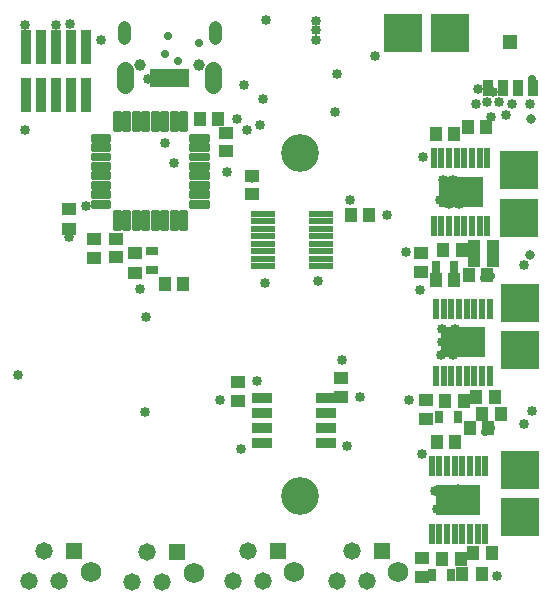
<source format=gbr>
G04 EAGLE Gerber RS-274X export*
G75*
%MOMM*%
%FSLAX34Y34*%
%LPD*%
%INSoldermask Top*%
%IPPOS*%
%AMOC8*
5,1,8,0,0,1.08239X$1,22.5*%
G01*
G04 Define Apertures*
%ADD10C,3.200000*%
%ADD11R,2.094100X0.610000*%
%ADD12C,0.337500*%
%ADD13R,0.606800X1.771900*%
%ADD14R,3.750000X2.660000*%
%ADD15R,1.173900X0.998700*%
%ADD16R,0.711800X1.111800*%
%ADD17R,1.120900X1.170200*%
%ADD18R,0.998700X1.173900*%
%ADD19R,1.170200X1.120900*%
%ADD20R,0.936600X2.994000*%
%ADD21R,3.200000X3.200000*%
%ADD22R,1.475000X1.475000*%
%ADD23C,1.475000*%
%ADD24C,1.750000*%
%ADD25R,1.725000X0.900000*%
%ADD26R,0.900000X1.350000*%
%ADD27R,1.200000X1.200000*%
%ADD28R,1.111800X0.711800*%
%ADD29R,0.650000X1.500000*%
%ADD30C,1.475000*%
%ADD31C,1.100000*%
%ADD32C,1.000000*%
%ADD33C,0.850000*%
%ADD34C,0.700000*%
%ADD35C,0.800000*%
D10*
X250000Y90000D03*
X250000Y380000D03*
D11*
X218208Y328625D03*
X218208Y322275D03*
X218208Y315925D03*
X218208Y309575D03*
X218208Y303225D03*
X218208Y296875D03*
X218208Y290525D03*
X218208Y284175D03*
X266992Y284175D03*
X266992Y290525D03*
X266992Y296875D03*
X266992Y303225D03*
X266992Y309575D03*
X266992Y315925D03*
X266992Y322275D03*
X266992Y328625D03*
D12*
X97063Y330113D02*
X97063Y315887D01*
X92937Y315887D01*
X92937Y330113D01*
X97063Y330113D01*
X97063Y319093D02*
X92937Y319093D01*
X92937Y322299D02*
X97063Y322299D01*
X97063Y325505D02*
X92937Y325505D01*
X92937Y328711D02*
X97063Y328711D01*
X105063Y330113D02*
X105063Y315887D01*
X100937Y315887D01*
X100937Y330113D01*
X105063Y330113D01*
X105063Y319093D02*
X100937Y319093D01*
X100937Y322299D02*
X105063Y322299D01*
X105063Y325505D02*
X100937Y325505D01*
X100937Y328711D02*
X105063Y328711D01*
X113063Y330113D02*
X113063Y315887D01*
X108937Y315887D01*
X108937Y330113D01*
X113063Y330113D01*
X113063Y319093D02*
X108937Y319093D01*
X108937Y322299D02*
X113063Y322299D01*
X113063Y325505D02*
X108937Y325505D01*
X108937Y328711D02*
X113063Y328711D01*
X121063Y330113D02*
X121063Y315887D01*
X116937Y315887D01*
X116937Y330113D01*
X121063Y330113D01*
X121063Y319093D02*
X116937Y319093D01*
X116937Y322299D02*
X121063Y322299D01*
X121063Y325505D02*
X116937Y325505D01*
X116937Y328711D02*
X121063Y328711D01*
X129063Y330113D02*
X129063Y315887D01*
X124937Y315887D01*
X124937Y330113D01*
X129063Y330113D01*
X129063Y319093D02*
X124937Y319093D01*
X124937Y322299D02*
X129063Y322299D01*
X129063Y325505D02*
X124937Y325505D01*
X124937Y328711D02*
X129063Y328711D01*
X137063Y330113D02*
X137063Y315887D01*
X132937Y315887D01*
X132937Y330113D01*
X137063Y330113D01*
X137063Y319093D02*
X132937Y319093D01*
X132937Y322299D02*
X137063Y322299D01*
X137063Y325505D02*
X132937Y325505D01*
X132937Y328711D02*
X137063Y328711D01*
X145063Y330113D02*
X145063Y315887D01*
X140937Y315887D01*
X140937Y330113D01*
X145063Y330113D01*
X145063Y319093D02*
X140937Y319093D01*
X140937Y322299D02*
X145063Y322299D01*
X145063Y325505D02*
X140937Y325505D01*
X140937Y328711D02*
X145063Y328711D01*
X153063Y330113D02*
X153063Y315887D01*
X148937Y315887D01*
X148937Y330113D01*
X153063Y330113D01*
X153063Y319093D02*
X148937Y319093D01*
X148937Y322299D02*
X153063Y322299D01*
X153063Y325505D02*
X148937Y325505D01*
X148937Y328711D02*
X153063Y328711D01*
X157687Y338863D02*
X171913Y338863D01*
X171913Y334737D01*
X157687Y334737D01*
X157687Y338863D01*
X157687Y337943D02*
X171913Y337943D01*
X171913Y346863D02*
X157687Y346863D01*
X171913Y346863D02*
X171913Y342737D01*
X157687Y342737D01*
X157687Y346863D01*
X157687Y345943D02*
X171913Y345943D01*
X171913Y354863D02*
X157687Y354863D01*
X171913Y354863D02*
X171913Y350737D01*
X157687Y350737D01*
X157687Y354863D01*
X157687Y353943D02*
X171913Y353943D01*
X171913Y362863D02*
X157687Y362863D01*
X171913Y362863D02*
X171913Y358737D01*
X157687Y358737D01*
X157687Y362863D01*
X157687Y361943D02*
X171913Y361943D01*
X171913Y370863D02*
X157687Y370863D01*
X171913Y370863D02*
X171913Y366737D01*
X157687Y366737D01*
X157687Y370863D01*
X157687Y369943D02*
X171913Y369943D01*
X171913Y378863D02*
X157687Y378863D01*
X171913Y378863D02*
X171913Y374737D01*
X157687Y374737D01*
X157687Y378863D01*
X157687Y377943D02*
X171913Y377943D01*
X171913Y386863D02*
X157687Y386863D01*
X171913Y386863D02*
X171913Y382737D01*
X157687Y382737D01*
X157687Y386863D01*
X157687Y385943D02*
X171913Y385943D01*
X171913Y394863D02*
X157687Y394863D01*
X171913Y394863D02*
X171913Y390737D01*
X157687Y390737D01*
X157687Y394863D01*
X157687Y393943D02*
X171913Y393943D01*
X148937Y399487D02*
X148937Y413713D01*
X153063Y413713D01*
X153063Y399487D01*
X148937Y399487D01*
X148937Y402693D02*
X153063Y402693D01*
X153063Y405899D02*
X148937Y405899D01*
X148937Y409105D02*
X153063Y409105D01*
X153063Y412311D02*
X148937Y412311D01*
X140937Y413713D02*
X140937Y399487D01*
X140937Y413713D02*
X145063Y413713D01*
X145063Y399487D01*
X140937Y399487D01*
X140937Y402693D02*
X145063Y402693D01*
X145063Y405899D02*
X140937Y405899D01*
X140937Y409105D02*
X145063Y409105D01*
X145063Y412311D02*
X140937Y412311D01*
X132937Y413713D02*
X132937Y399487D01*
X132937Y413713D02*
X137063Y413713D01*
X137063Y399487D01*
X132937Y399487D01*
X132937Y402693D02*
X137063Y402693D01*
X137063Y405899D02*
X132937Y405899D01*
X132937Y409105D02*
X137063Y409105D01*
X137063Y412311D02*
X132937Y412311D01*
X124937Y413713D02*
X124937Y399487D01*
X124937Y413713D02*
X129063Y413713D01*
X129063Y399487D01*
X124937Y399487D01*
X124937Y402693D02*
X129063Y402693D01*
X129063Y405899D02*
X124937Y405899D01*
X124937Y409105D02*
X129063Y409105D01*
X129063Y412311D02*
X124937Y412311D01*
X116937Y413713D02*
X116937Y399487D01*
X116937Y413713D02*
X121063Y413713D01*
X121063Y399487D01*
X116937Y399487D01*
X116937Y402693D02*
X121063Y402693D01*
X121063Y405899D02*
X116937Y405899D01*
X116937Y409105D02*
X121063Y409105D01*
X121063Y412311D02*
X116937Y412311D01*
X108937Y413713D02*
X108937Y399487D01*
X108937Y413713D02*
X113063Y413713D01*
X113063Y399487D01*
X108937Y399487D01*
X108937Y402693D02*
X113063Y402693D01*
X113063Y405899D02*
X108937Y405899D01*
X108937Y409105D02*
X113063Y409105D01*
X113063Y412311D02*
X108937Y412311D01*
X100937Y413713D02*
X100937Y399487D01*
X100937Y413713D02*
X105063Y413713D01*
X105063Y399487D01*
X100937Y399487D01*
X100937Y402693D02*
X105063Y402693D01*
X105063Y405899D02*
X100937Y405899D01*
X100937Y409105D02*
X105063Y409105D01*
X105063Y412311D02*
X100937Y412311D01*
X92937Y413713D02*
X92937Y399487D01*
X92937Y413713D02*
X97063Y413713D01*
X97063Y399487D01*
X92937Y399487D01*
X92937Y402693D02*
X97063Y402693D01*
X97063Y405899D02*
X92937Y405899D01*
X92937Y409105D02*
X97063Y409105D01*
X97063Y412311D02*
X92937Y412311D01*
X88313Y390737D02*
X74087Y390737D01*
X74087Y394863D01*
X88313Y394863D01*
X88313Y390737D01*
X88313Y393943D02*
X74087Y393943D01*
X74087Y382737D02*
X88313Y382737D01*
X74087Y382737D02*
X74087Y386863D01*
X88313Y386863D01*
X88313Y382737D01*
X88313Y385943D02*
X74087Y385943D01*
X74087Y374737D02*
X88313Y374737D01*
X74087Y374737D02*
X74087Y378863D01*
X88313Y378863D01*
X88313Y374737D01*
X88313Y377943D02*
X74087Y377943D01*
X74087Y366737D02*
X88313Y366737D01*
X74087Y366737D02*
X74087Y370863D01*
X88313Y370863D01*
X88313Y366737D01*
X88313Y369943D02*
X74087Y369943D01*
X74087Y358737D02*
X88313Y358737D01*
X74087Y358737D02*
X74087Y362863D01*
X88313Y362863D01*
X88313Y358737D01*
X88313Y361943D02*
X74087Y361943D01*
X74087Y350737D02*
X88313Y350737D01*
X74087Y350737D02*
X74087Y354863D01*
X88313Y354863D01*
X88313Y350737D01*
X88313Y353943D02*
X74087Y353943D01*
X74087Y342737D02*
X88313Y342737D01*
X74087Y342737D02*
X74087Y346863D01*
X88313Y346863D01*
X88313Y342737D01*
X88313Y345943D02*
X74087Y345943D01*
X74087Y334737D02*
X88313Y334737D01*
X74087Y334737D02*
X74087Y338863D01*
X88313Y338863D01*
X88313Y334737D01*
X88313Y337943D02*
X74087Y337943D01*
D13*
X361050Y57783D03*
X367550Y57783D03*
X374050Y57783D03*
X380550Y57783D03*
X387050Y57783D03*
X393550Y57783D03*
X400050Y57783D03*
X406550Y57783D03*
X406550Y115217D03*
X400050Y115217D03*
X393550Y115217D03*
X387050Y115217D03*
X380550Y115217D03*
X374050Y115217D03*
X367550Y115217D03*
X361050Y115217D03*
D14*
X383800Y86500D03*
D15*
X352700Y21348D03*
X352700Y37652D03*
D16*
X377496Y22505D03*
X361496Y22505D03*
D17*
X393159Y147799D03*
X408651Y147799D03*
X365329Y135398D03*
X380821Y135398D03*
D18*
X395948Y41300D03*
X412252Y41300D03*
X385852Y36739D03*
X369548Y36739D03*
X387048Y23561D03*
X403352Y23561D03*
D15*
X53900Y316248D03*
X53900Y332552D03*
D19*
X208900Y360746D03*
X208900Y345254D03*
X187231Y397292D03*
X187231Y381800D03*
X75100Y291654D03*
X75100Y307146D03*
D20*
X68000Y470120D03*
X68000Y429480D03*
X55300Y470120D03*
X55300Y429480D03*
X42600Y470120D03*
X42600Y429480D03*
X29900Y470120D03*
X29900Y429480D03*
X17200Y470120D03*
X17200Y429480D03*
D13*
X364750Y191083D03*
X371250Y191083D03*
X377750Y191083D03*
X384250Y191083D03*
X390750Y191083D03*
X397250Y191083D03*
X403750Y191083D03*
X410250Y191083D03*
X410250Y248517D03*
X403750Y248517D03*
X397250Y248517D03*
X390750Y248517D03*
X384250Y248517D03*
X377750Y248517D03*
X371250Y248517D03*
X364750Y248517D03*
D14*
X387500Y219800D03*
D15*
X356163Y155026D03*
X356163Y171330D03*
D16*
X383592Y157005D03*
X367592Y157005D03*
D17*
X392354Y276541D03*
X407846Y276541D03*
X364653Y272304D03*
X380145Y272304D03*
D18*
X398548Y173300D03*
X414852Y173300D03*
X388561Y170020D03*
X372257Y170020D03*
X403293Y159520D03*
X419597Y159520D03*
D13*
X362834Y318610D03*
X369334Y318610D03*
X375834Y318610D03*
X382334Y318610D03*
X388834Y318610D03*
X395334Y318610D03*
X401834Y318610D03*
X408334Y318610D03*
X408334Y376044D03*
X401834Y376044D03*
X395334Y376044D03*
X388834Y376044D03*
X382334Y376044D03*
X375834Y376044D03*
X369334Y376044D03*
X362834Y376044D03*
D14*
X385584Y347327D03*
D15*
X351939Y279306D03*
X351939Y295610D03*
D16*
X380368Y283714D03*
X364368Y283714D03*
D17*
X391555Y402402D03*
X407047Y402402D03*
X364854Y396700D03*
X380346Y396700D03*
D18*
X396848Y301000D03*
X413152Y301000D03*
X386800Y298000D03*
X370496Y298000D03*
X396920Y289261D03*
X413224Y289261D03*
D17*
X150421Y269634D03*
X134929Y269634D03*
D21*
X436238Y72200D03*
X436238Y112200D03*
X436238Y213500D03*
X436238Y253500D03*
X434974Y325603D03*
X434974Y365603D03*
D17*
X292373Y327900D03*
X307865Y327900D03*
D19*
X94180Y291854D03*
X94180Y307346D03*
D22*
X318800Y43500D03*
D23*
X306100Y18100D03*
X293400Y43500D03*
X280700Y18100D03*
D24*
X332800Y25500D03*
D22*
X230600Y43500D03*
D23*
X217900Y18100D03*
X205200Y43500D03*
X192500Y18100D03*
D24*
X244600Y25500D03*
D17*
X180063Y408643D03*
X164571Y408643D03*
D22*
X58238Y43500D03*
D23*
X45538Y18100D03*
X32838Y43500D03*
X20138Y18100D03*
D24*
X72238Y25500D03*
D22*
X145800Y42500D03*
D23*
X133100Y17100D03*
X120400Y42500D03*
X107700Y17100D03*
D24*
X159800Y24500D03*
D25*
X217480Y173150D03*
X217480Y160450D03*
X217480Y147750D03*
X217480Y135050D03*
X271720Y135050D03*
X271720Y147750D03*
X271720Y160450D03*
X271720Y173150D03*
D19*
X196900Y185946D03*
X196900Y170454D03*
X284100Y173854D03*
X284100Y189346D03*
D26*
X408403Y434988D03*
X421103Y434988D03*
X433803Y434988D03*
X446503Y434988D03*
D27*
X427453Y474238D03*
D21*
X376762Y481569D03*
X336762Y481569D03*
D15*
X109900Y278952D03*
X109900Y295256D03*
D28*
X124700Y297400D03*
X124700Y281400D03*
D29*
X152000Y444000D03*
X145500Y444000D03*
X139000Y444000D03*
X132500Y444000D03*
X126000Y444000D03*
D30*
X176250Y450375D02*
X176250Y437625D01*
X101750Y437625D02*
X101750Y450375D01*
D31*
X177750Y477500D02*
X177750Y486500D01*
X100250Y486500D02*
X100250Y477500D01*
D32*
X164000Y454500D03*
X114000Y454500D03*
D33*
X119000Y241000D03*
X220000Y270000D03*
X200000Y130000D03*
X213000Y187000D03*
X54000Y309000D03*
X55000Y489456D03*
X17000Y489000D03*
X218000Y426000D03*
X216000Y404000D03*
X209000Y359000D03*
X196000Y409000D03*
X205000Y399646D03*
X188000Y364314D03*
X68000Y335000D03*
X43000Y489000D03*
D34*
X164000Y473000D03*
D33*
X121000Y443000D03*
X75000Y292000D03*
X95000Y292000D03*
X265000Y272000D03*
X369000Y209000D03*
X381000Y231000D03*
X379000Y209000D03*
X381000Y218000D03*
X313000Y462000D03*
X444000Y422000D03*
X371000Y357000D03*
X379000Y357000D03*
X376000Y337000D03*
X368000Y340000D03*
X384000Y337000D03*
X380000Y347000D03*
X372000Y95000D03*
X366000Y79000D03*
X374000Y79000D03*
X384000Y78000D03*
X323000Y328000D03*
X285000Y205000D03*
X439000Y285000D03*
X289000Y132000D03*
X416000Y22000D03*
X439000Y151000D03*
X331000Y489000D03*
X346000Y489000D03*
X332000Y472000D03*
X348000Y474000D03*
X370000Y220000D03*
X370000Y231000D03*
X446262Y162000D03*
D34*
X446000Y443175D03*
D35*
X445000Y409000D03*
X444762Y294000D03*
D33*
X364000Y94000D03*
X383000Y96000D03*
X263000Y492012D03*
X263000Y484000D03*
X263000Y476000D03*
X292000Y340000D03*
X353000Y125000D03*
X342000Y171000D03*
X300000Y174000D03*
X351000Y264000D03*
X354000Y377000D03*
X352000Y37000D03*
X279000Y415000D03*
X339000Y296000D03*
X182000Y171000D03*
X208000Y345000D03*
X81000Y476000D03*
X221000Y493000D03*
X165000Y409000D03*
X187231Y381800D03*
X75000Y307000D03*
X94180Y307346D03*
X281000Y447000D03*
X399000Y422000D03*
X408000Y423000D03*
X418000Y423000D03*
X429000Y422000D03*
X424000Y412000D03*
X411000Y411000D03*
D34*
X405000Y274000D03*
X411000Y276000D03*
X411000Y147000D03*
X406000Y144000D03*
D33*
X413000Y432000D03*
X400000Y434000D03*
X143000Y372000D03*
X11000Y192000D03*
X118000Y161000D03*
D34*
X146500Y458500D03*
X135000Y464000D03*
D33*
X135000Y389000D03*
X17000Y400000D03*
X114000Y265000D03*
X202000Y438000D03*
D34*
X138000Y479000D03*
M02*

</source>
